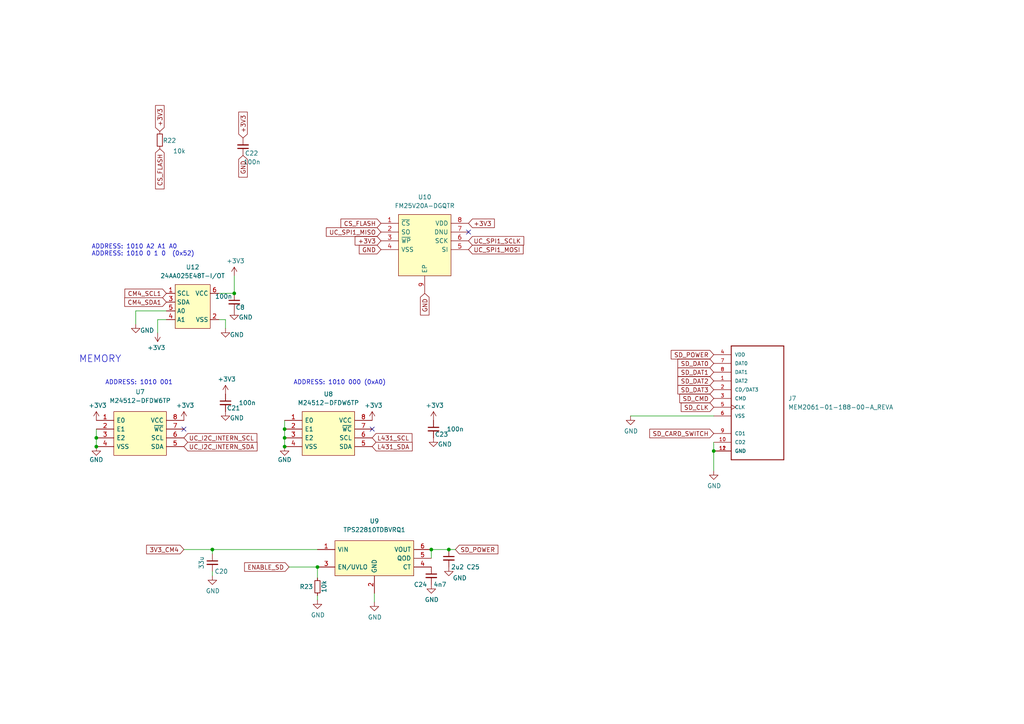
<source format=kicad_sch>
(kicad_sch (version 20250114) (generator "eeschema") (generator_version "9.0")
  (paper "A4")
  (lib_symbols
    (symbol "Device:C_Small" (pin_numbers (hide yes)) (pin_names (offset 0.254) (hide yes))
      (property "Reference" "C" (at 0.254 1.778 0))
      (property "Value" "C_Small" (at 0.254 -2.032 0))
      (symbol "C_Small_0_1"
        (polyline (pts (xy -1.524 0.508) (xy 1.524 0.508)) (stroke (width 0.3048)))
        (polyline (pts (xy -1.524 -0.508) (xy 1.524 -0.508)) (stroke (width 0.3302)))
      )
      (symbol "C_Small_1_1"
        (pin passive line (at 0 2.54 270) (length 2.032) (name "~") (number "1"))
        (pin passive line (at 0 -2.54 90) (length 2.032) (name "~") (number "2"))
      )
    )
    (symbol "Device:R_Small" (pin_numbers (hide yes)) (pin_names (offset 0.254) (hide yes))
      (property "Reference" "R" (at 0.762 0.508 0))
      (property "Value" "R_Small" (at 0.762 -1.016 0))
      (symbol "R_Small_0_1"
        (rectangle (start -0.762 1.778) (end 0.762 -1.778) (stroke (width 0.2032)))
      )
      (symbol "R_Small_1_1"
        (pin passive line (at 0 2.54 270) (length 0.762) (name "~") (number "1"))
        (pin passive line (at 0 -2.54 90) (length 0.762) (name "~") (number "2"))
      )
    )
    (symbol "M24512-DFDW6TP_1" (pin_names (offset 0.762))
      (property "Reference" "U13" (at 12.7 7.62 0))
      (property "Value" "M24512-DFDW6TP_1" (at 12.7 5.08 0))
      (symbol "M24512-DFDW6TP_1_0_0"
        (pin input line (at 0 0 0) (length 5.08) (name "E0") (number "1"))
        (pin input line (at 0 -2.54 0) (length 5.08) (name "E1") (number "2"))
        (pin input line (at 0 -5.08 0) (length 5.08) (name "E2") (number "3"))
        (pin power_in line (at 0 -7.62 0) (length 5.08) (name "VSS") (number "4"))
        (pin power_in line (at 25.4 0 180) (length 5.08) (name "VCC") (number "8"))
        (pin input line (at 25.4 -2.54 180) (length 5.08) (name "~{WC}") (number "7"))
        (pin input line (at 25.4 -5.08 180) (length 5.08) (name "SCL") (number "6"))
        (pin bidirectional line (at 25.4 -7.62 180) (length 5.08) (name "SDA") (number "5"))
      )
      (symbol "M24512-DFDW6TP_1_0_1"
        (polyline (pts (xy 5.08 2.54) (xy 20.32 2.54) (xy 20.32 -10.16) (xy 5.08 -10.16) (xy 5.08 2.54)) (stroke (width 0.1524)) (fill (type background)))
      )
    )
    (symbol "SamacSys_Parts:FM25V20A-DGQTR" (pin_names (offset 0.762))
      (property "Reference" "U16" (at 12.7 8.255 0))
      (property "Value" "FM25V20A-DGQTR" (at 12.7 5.715 0))
      (symbol "FM25V20A-DGQTR_0_0"
        (pin passive line (at 0 0 0) (length 5.08) (name "~{CS}") (number "1"))
        (pin passive line (at 0 -2.54 0) (length 5.08) (name "SO") (number "2"))
        (pin passive line (at 0 -5.08 0) (length 5.08) (name "~{WP}") (number "3"))
        (pin passive line (at 0 -7.62 0) (length 5.08) (name "VSS") (number "4"))
        (pin passive line (at 12.7 -20.32 90) (length 5.08) (name "EP") (number "9"))
        (pin passive line (at 25.4 0 180) (length 5.08) (name "VDD") (number "8"))
        (pin passive line (at 25.4 -2.54 180) (length 5.08) (name "DNU") (number "7"))
        (pin passive line (at 25.4 -5.08 180) (length 5.08) (name "SCK") (number "6"))
        (pin passive line (at 25.4 -7.62 180) (length 5.08) (name "SI") (number "5"))
      )
      (symbol "FM25V20A-DGQTR_0_1"
        (polyline (pts (xy 5.08 2.54) (xy 20.32 2.54) (xy 20.32 -15.24) (xy 5.08 -15.24) (xy 5.08 2.54)) (stroke (width 0.1524)) (fill (type background)))
      )
    )
    (symbol "SamacSys_Parts:MEM2061-01-188-00-A_REVA" (pin_names (offset 1.016))
      (property "Reference" "J" (at 0 15.2654 0))
      (property "Value" "MEM2061-01-188-00-A_REVA" (at 0 -20.3454 0))
      (symbol "MEM2061-01-188-00-A_REVA_0_0"
        (polyline (pts (xy 0 15.24) (xy 15.24 15.24)) (stroke (width 0.254)))
        (polyline (pts (xy 0 -17.78) (xy 0 15.24)) (stroke (width 0.254)))
        (polyline (pts (xy 15.24 15.24) (xy 15.24 -17.78)) (stroke (width 0.254)))
        (polyline (pts (xy 15.24 -17.78) (xy 0 -17.78)) (stroke (width 0.254)))
        (pin power_in line (at -5.08 12.7 0) (length 5.08) (name "VDD") (number "4"))
        (pin bidirectional line (at -5.08 10.16 0) (length 5.08) (name "DAT0") (number "7"))
        (pin bidirectional line (at -5.08 7.62 0) (length 5.08) (name "DAT1") (number "8"))
        (pin bidirectional line (at -5.08 5.08 0) (length 5.08) (name "DAT2") (number "1"))
        (pin bidirectional line (at -5.08 2.54 0) (length 5.08) (name "CD/DAT3") (number "2"))
        (pin bidirectional line (at -5.08 0 0) (length 5.08) (name "CMD") (number "3"))
        (pin bidirectional clock (at -5.08 -2.54 0) (length 5.08) (name "CLK") (number "5"))
        (pin power_in line (at -5.08 -5.08 0) (length 5.08) (name "VSS") (number "6"))
        (pin passive line (at -5.08 -10.16 0) (length 5.08) (name "CD1") (number "9"))
        (pin passive line (at -5.08 -12.7 0) (length 5.08) (name "CD2") (number "10"))
        (pin power_in line (at -5.08 -15.24 0) (length 5.08) (name "GND") (number "11"))
        (pin power_in line (at -5.08 -15.24 0) (length 5.08) (name "GND") (number "12"))
      )
    )
    (symbol "downloaded_parts:TPS22810TDBVRQ1" (pin_names (offset 0.762))
      (property "Reference" "IC1" (at 16.51 8.255 0))
      (property "Value" "TPS22810TDBVRQ1" (at 16.51 5.715 0))
      (symbol "TPS22810TDBVRQ1_0_0"
        (pin passive line (at 0 0 0) (length 5.08) (name "VIN") (number "1"))
        (pin passive line (at 0 -5.08 0) (length 5.08) (name "EN/UVLO") (number "3"))
        (pin passive line (at 16.51 -12.7 90) (length 5.08) (name "GND") (number "2"))
        (pin passive line (at 33.02 0 180) (length 5.08) (name "VOUT") (number "6"))
        (pin passive line (at 33.02 -2.54 180) (length 5.08) (name "QOD") (number "5"))
        (pin passive line (at 33.02 -5.08 180) (length 5.08) (name "CT") (number "4"))
      )
      (symbol "TPS22810TDBVRQ1_0_1"
        (polyline (pts (xy 5.08 2.54) (xy 27.94 2.54) (xy 27.94 -7.62) (xy 5.08 -7.62) (xy 5.08 2.54)) (stroke (width 0.1524)) (fill (type background)))
      )
    )
    (symbol "own_symbols:SOT-23-6-EEPROM"
      (property "Reference" "U" (at 0 2.54 0))
      (property "Value" "SOT-23-6-EEPROM" (at 0 5.08 0))
      (symbol "SOT-23-6-EEPROM_0_1"
        (rectangle (start 0 0) (end 10.16 -12.7) (stroke (width 0.1524)) (fill (type background)))
      )
      (symbol "SOT-23-6-EEPROM_1_1"
        (pin input line (at -2.54 -2.54 0) (length 2.54) (name "SCL") (number "1"))
        (pin input line (at -2.54 -5.08 0) (length 2.54) (name "SDA") (number "3"))
        (pin input line (at -2.54 -7.62 0) (length 2.54) (name "A0") (number "5"))
        (pin input line (at -2.54 -10.16 0) (length 2.54) (name "A1") (number "4"))
        (pin input line (at 12.7 -2.54 180) (length 2.54) (name "VCC") (number "6"))
        (pin input line (at 12.7 -10.16 180) (length 2.54) (name "VSS") (number "2"))
      )
    )
    (symbol "power:+3V3" (power) (pin_names (offset 0))
      (property "Value" "+3V3" (at 0 3.556 0))
      (symbol "+3V3_0_1"
        (polyline (pts (xy -0.762 1.27) (xy 0 2.54)))
        (polyline (pts (xy 0 2.54) (xy 0.762 1.27)))
        (polyline (pts (xy 0 0) (xy 0 2.54)))
      )
      (symbol "+3V3_1_1"
        (pin power_in line (at 0 0 90) (length 0) (hide yes) (name "+3V3") (number "1"))
      )
    )
    (symbol "power:GND" (power) (pin_names (offset 0))
      (property "Value" "GND" (at 0 -3.81 0))
      (symbol "GND_0_1"
        (polyline (pts (xy 0 0) (xy 0 -1.27) (xy 1.27 -1.27) (xy 0 -2.54) (xy -1.27 -1.27) (xy 0 -1.27)))
      )
      (symbol "GND_1_1"
        (pin power_in line (at 0 0 270) (length 0) (hide yes) (name "GND") (number "1"))
      )
    )
  )
  (text "ADDRESS: 1010 000 (0xA0)\n" (at 85.09 111.76 0) (effects (font (size 1.27 1.27)) (justify left bottom)))
  (text "MEMORY" (at 22.86 105.41 0) (effects (font (size 2 2)) (justify left bottom)))
  (text "ADDRESS: 1010 001" (at 30.48 111.76 0) (effects (font (size 1.27 1.27)) (justify left bottom)))
  (text "ADDRESS: 1010 A2 A1 A0\nADDRESS: 1010 0 1 0  (0x52)" (at 26.543 74.422 0) (effects (font (size 1.27 1.27)) (justify left bottom)))
  (junction (at 82.55 129.54))
  (junction (at 67.945 85.09))
  (junction (at 207.01 130.81))
  (junction (at 82.55 124.46))
  (junction (at 125.095 159.385))
  (junction (at 61.595 159.385))
  (junction (at 82.55 127))
  (junction (at 27.94 129.54))
  (junction (at 92.075 164.465))
  (junction (at 27.94 127))
  (junction (at 130.175 159.385))
  (no_connect (at 53.34 124.46))
  (no_connect (at 107.95 124.46))
  (no_connect (at 135.89 67.31))
  (wire (pts (xy 61.595 165.735) (xy 61.595 167.005)))
  (wire (pts (xy 53.34 159.385) (xy 61.595 159.385)))
  (wire (pts (xy 130.175 159.385) (xy 132.08 159.385)))
  (wire (pts (xy 67.945 85.09) (xy 63.5 85.09)))
  (wire (pts (xy 82.55 121.92) (xy 82.55 124.46)))
  (wire (pts (xy 92.075 167.64) (xy 92.075 164.465)))
  (wire (pts (xy 207.01 128.27) (xy 207.01 130.81)))
  (wire (pts (xy 48.26 90.17) (xy 39.37 90.17)))
  (wire (pts (xy 83.82 164.465) (xy 92.075 164.465)))
  (wire (pts (xy 27.94 127) (xy 27.94 129.54)))
  (wire (pts (xy 67.945 80.01) (xy 67.945 85.09)))
  (wire (pts (xy 65.405 95.25) (xy 65.405 92.71)))
  (wire (pts (xy 207.01 136.525) (xy 207.01 130.81)))
  (wire (pts (xy 125.095 159.385) (xy 125.095 161.925)))
  (wire (pts (xy 39.37 90.17) (xy 39.37 93.98)))
  (wire (pts (xy 82.55 127) (xy 82.55 129.54)))
  (wire (pts (xy 92.075 172.72) (xy 92.075 173.99)))
  (wire (pts (xy 82.55 124.46) (xy 82.55 127)))
  (wire (pts (xy 65.405 92.71) (xy 63.5 92.71)))
  (wire (pts (xy 61.595 160.655) (xy 61.595 159.385)))
  (wire (pts (xy 27.94 124.46) (xy 27.94 127)))
  (wire (pts (xy 182.88 120.65) (xy 207.01 120.65)))
  (wire (pts (xy 61.595 159.385) (xy 92.075 159.385)))
  (wire (pts (xy 125.095 159.385) (xy 130.175 159.385)))
  (wire (pts (xy 45.72 92.71) (xy 48.26 92.71)))
  (wire (pts (xy 108.585 172.085) (xy 108.585 174.625)))
  (wire (pts (xy 45.72 96.52) (xy 45.72 92.71)))
  (global_label "GND" (shape input) (at 110.49 72.39 180) (property "Intersheetrefs" "${INTERSHEET_REFS}" (effects (hide yes))))
  (global_label "SD_CLK" (shape input) (at 207.01 118.11 180) (property "Intersheetrefs" "${INTERSHEET_REFS}" (effects (hide yes))))
  (global_label "GND" (shape input) (at 70.485 45.085 270) (property "Intersheetrefs" "${INTERSHEET_REFS}" (effects (hide yes))))
  (global_label "UC_SPI1_MISO" (shape input) (at 110.49 67.31 180) (property "Intersheetrefs" "${INTERSHEET_REFS}" (effects (hide yes))))
  (global_label "+3V3" (shape input) (at 135.89 64.77 0) (property "Intersheetrefs" "${INTERSHEET_REFS}" (effects (hide yes))))
  (global_label "CM4_SCL1" (shape input) (at 48.26 85.09 180) (property "Intersheetrefs" "${INTERSHEET_REFS}" (effects (hide yes))))
  (global_label "CS_FLASH" (shape input) (at 110.49 64.77 180) (property "Intersheetrefs" "${INTERSHEET_REFS}" (effects (hide yes))))
  (global_label "UC_SPI1_MOSI" (shape input) (at 135.89 72.39 0) (property "Intersheetrefs" "${INTERSHEET_REFS}" (effects (hide yes))))
  (global_label "SD_POWER" (shape input) (at 132.08 159.385 0) (property "Intersheetrefs" "${INTERSHEET_REFS}" (effects (hide yes))))
  (global_label "SD_CARD_SWITCH" (shape input) (at 207.01 125.73 180) (property "Intersheetrefs" "${INTERSHEET_REFS}" (effects (hide yes))))
  (global_label "CM4_SDA1" (shape input) (at 48.26 87.63 180) (property "Intersheetrefs" "${INTERSHEET_REFS}" (effects (hide yes))))
  (global_label "+3V3" (shape input) (at 46.355 38.1 90) (property "Intersheetrefs" "${INTERSHEET_REFS}" (effects (hide yes))))
  (global_label "SD_CMD" (shape input) (at 207.01 115.57 180) (property "Intersheetrefs" "${INTERSHEET_REFS}" (effects (hide yes))))
  (global_label "SD_DAT0" (shape input) (at 207.01 105.41 180) (property "Intersheetrefs" "${INTERSHEET_REFS}" (effects (hide yes))))
  (global_label "SD_POWER" (shape input) (at 207.01 102.87 180) (property "Intersheetrefs" "${INTERSHEET_REFS}" (effects (hide yes))))
  (global_label "UC_I2C_INTERN_SDA" (shape input) (at 53.34 129.54 0) (property "Intersheetrefs" "${INTERSHEET_REFS}" (effects (hide yes))))
  (global_label "SD_DAT2" (shape input) (at 207.01 110.49 180) (property "Intersheetrefs" "${INTERSHEET_REFS}" (effects (hide yes))))
  (global_label "UC_I2C_INTERN_SCL" (shape input) (at 53.34 127 0) (property "Intersheetrefs" "${INTERSHEET_REFS}" (effects (hide yes))))
  (global_label "ENABLE_SD" (shape input) (at 83.82 164.465 180) (property "Intersheetrefs" "${INTERSHEET_REFS}" (effects (hide yes))))
  (global_label "L431_SCL" (shape input) (at 107.95 127 0) (property "Intersheetrefs" "${INTERSHEET_REFS}" (effects (hide yes))))
  (global_label "CS_FLASH" (shape input) (at 46.355 43.18 270) (property "Intersheetrefs" "${INTERSHEET_REFS}" (effects (hide yes))))
  (global_label "L431_SDA" (shape input) (at 107.95 129.54 0) (property "Intersheetrefs" "${INTERSHEET_REFS}" (effects (hide yes))))
  (global_label "SD_DAT1" (shape input) (at 207.01 107.95 180) (property "Intersheetrefs" "${INTERSHEET_REFS}" (effects (hide yes))))
  (global_label "SD_DAT3" (shape input) (at 207.01 113.03 180) (property "Intersheetrefs" "${INTERSHEET_REFS}" (effects (hide yes))))
  (global_label "UC_SPI1_SCLK" (shape input) (at 135.89 69.85 0) (property "Intersheetrefs" "${INTERSHEET_REFS}" (effects (hide yes))))
  (global_label "GND" (shape input) (at 123.19 85.09 270) (property "Intersheetrefs" "${INTERSHEET_REFS}" (effects (hide yes))))
  (global_label "+3V3" (shape input) (at 110.49 69.85 180) (property "Intersheetrefs" "${INTERSHEET_REFS}" (effects (hide yes))))
  (global_label "3V3_CM4" (shape input) (at 53.34 159.385 180) (property "Intersheetrefs" "${INTERSHEET_REFS}" (effects (hide yes))))
  (global_label "+3V3" (shape input) (at 70.485 40.005 90) (property "Intersheetrefs" "${INTERSHEET_REFS}" (effects (hide yes))))
  (symbol (lib_name "M24512-DFDW6TP_1") (lib_id "downloaded_parts:M24512-DFDW6TP") (at 27.94 121.92 0) (unit 1)
    (property "Reference" "U7" (at 40.64 113.665 0))
    (property "Value" "M24512-DFDW6TP" (at 40.64 116.205 0))
    (property "Footprint" "downloaded_parts:SOP65P640X120-8N" (effects (hide yes)))
    (property "Datasheet" "https://www.arrow.com/en/products/m24512-dfdw6tp/stmicroelectronics" (effects (hide yes)))
    (property "Description" "EEPROM Serial-I2C 512K-bit 64K x 8 1.8V/2.5V/3.3V/5V 8-Pin TSSOP T/R" (effects (hide yes)))
    (property "Height" "1.2" (effects (hide yes)))
    (property "Mouser Part Number" "511-M24512-DFDW6TP" (effects (hide yes)))
    (property "Mouser Price/Stock" "https://www.mouser.co.uk/ProductDetail/STMicroelectronics/M24512-DFDW6TP?qs=gNDSiZmRJS9C0LA%252B72O%2FCg%3D%3D" (effects (hide yes)))
    (property "Manufacturer_Name" "STMicroelectronics" (effects (hide yes)))
    (property "Manufacturer_Part_Number" "M24512-DFDW6TP" (effects (hide yes)))
  )
  (symbol (lib_id "Device:C_Small") (at 125.73 124.46 0) (unit 1)
    (property "Reference" "C23" (at 126.111 125.9839 0) (effects (justify left)))
    (property "Value" "100n" (at 129.54 124.46 0) (effects (justify left)))
    (property "Footprint" "Capacitor_SMD:C_0603_1608Metric" (effects (hide yes)))
  )
  (symbol (lib_id "power:GND") (at 61.595 167.005 0) (unit 1)
    (property "Reference" "#PWR043" (effects (hide yes)))
    (property "Value" "GND" (at 61.722 171.3992 0))
  )
  (symbol (lib_name "M24512-DFDW6TP_1") (lib_id "downloaded_parts:M24512-DFDW6TP") (at 82.55 121.92 0) (unit 1)
    (property "Reference" "U8" (at 95.25 114.3 0))
    (property "Value" "M24512-DFDW6TP" (at 95.25 116.84 0))
    (property "Footprint" "downloaded_parts:SOP65P640X120-8N" (effects (hide yes)))
    (property "Datasheet" "https://www.arrow.com/en/products/m24512-dfdw6tp/stmicroelectronics" (effects (hide yes)))
    (property "Description" "EEPROM Serial-I2C 512K-bit 64K x 8 1.8V/2.5V/3.3V/5V 8-Pin TSSOP T/R" (effects (hide yes)))
    (property "Height" "1.2" (effects (hide yes)))
    (property "Mouser Part Number" "511-M24512-DFDW6TP" (effects (hide yes)))
    (property "Mouser Price/Stock" "https://www.mouser.co.uk/ProductDetail/STMicroelectronics/M24512-DFDW6TP?qs=gNDSiZmRJS9C0LA%252B72O%2FCg%3D%3D" (effects (hide yes)))
    (property "Manufacturer_Name" "STMicroelectronics" (effects (hide yes)))
    (property "Manufacturer_Part_Number" "M24512-DFDW6TP" (effects (hide yes)))
  )
  (symbol (lib_id "Device:R_Small") (at 92.075 170.18 180) (unit 1)
    (property "Reference" "R23" (at 90.805 170.18 0) (effects (justify left)))
    (property "Value" "10k" (at 93.98 168.275 90) (effects (justify left)))
    (property "Footprint" "Resistor_SMD:R_0603_1608Metric" (effects (hide yes)))
  )
  (symbol (lib_id "power:GND") (at 27.94 129.54 0) (unit 1)
    (property "Reference" "#PWR041" (effects (hide yes)))
    (property "Value" "GND" (at 27.94 133.35 0))
  )
  (symbol (lib_id "power:+3V3") (at 65.405 114.3 0) (unit 1)
    (property "Reference" "#PWR044" (effects (hide yes)))
    (property "Value" "+3V3" (at 65.7733 109.9756 0))
  )
  (symbol (lib_id "Device:C_Small") (at 125.095 167.005 0) (unit 1)
    (property "Reference" "C24" (at 120.015 169.545 0) (effects (justify left)))
    (property "Value" "4n7" (at 125.73 169.545 0) (effects (justify left)))
    (property "Footprint" "Capacitor_SMD:C_0603_1608Metric" (effects (hide yes)))
  )
  (symbol (lib_id "power:GND") (at 125.095 169.545 0) (unit 1)
    (property "Reference" "#PWR052" (effects (hide yes)))
    (property "Value" "GND" (at 125.222 173.9392 0))
  )
  (symbol (lib_id "power:+3V3") (at 45.72 96.52 180) (unit 1)
    (property "Reference" "#PWR083" (effects (hide yes)))
    (property "Value" "+3V3" (at 45.3517 100.8444 0))
  )
  (symbol (lib_id "power:+3V3") (at 67.945 80.01 0) (unit 1)
    (property "Reference" "#PWR088" (effects (hide yes)))
    (property "Value" "+3V3" (at 68.3133 75.6856 0))
  )
  (symbol (lib_id "power:+3V3") (at 107.95 121.92 0) (unit 1)
    (property "Reference" "#PWR048" (effects (hide yes)))
    (property "Value" "+3V3" (at 108.3183 117.5956 0))
  )
  (symbol (lib_id "Device:C_Small") (at 67.945 87.63 0) (unit 1)
    (property "Reference" "C8" (at 68.326 89.1539 0) (effects (justify left)))
    (property "Value" "100n" (at 62.357 85.9789 0) (effects (justify left)))
    (property "Footprint" "Capacitor_SMD:C_0603_1608Metric" (effects (hide yes)))
  )
  (symbol (lib_id "Device:C_Small") (at 65.405 116.84 0) (unit 1)
    (property "Reference" "C21" (at 65.786 118.3639 0) (effects (justify left)))
    (property "Value" "100n" (at 69.215 116.84 0) (effects (justify left)))
    (property "Footprint" "Capacitor_SMD:C_0603_1608Metric" (effects (hide yes)))
  )
  (symbol (lib_id "power:GND") (at 65.405 119.38 0) (unit 1)
    (property "Reference" "#PWR045" (effects (hide yes)))
    (property "Value" "GND" (at 68.707 121.2342 0))
  )
  (symbol (lib_id "power:GND") (at 65.405 95.25 0) (unit 1)
    (property "Reference" "#PWR087" (effects (hide yes)))
    (property "Value" "GND" (at 68.707 97.1042 0))
  )
  (symbol (lib_id "power:+3V3") (at 125.73 121.92 0) (unit 1)
    (property "Reference" "#PWR050" (effects (hide yes)))
    (property "Value" "+3V3" (at 126.0983 117.5956 0))
  )
  (symbol (lib_id "Device:R_Small") (at 46.355 40.64 0) (unit 1)
    (property "Reference" "R22" (at 47.2187 40.7606 0) (effects (justify left)))
    (property "Value" "10k" (at 50.165 43.815 0) (effects (justify left)))
    (property "Footprint" "Resistor_SMD:R_0603_1608Metric" (effects (hide yes)))
  )
  (symbol (lib_id "power:GND") (at 67.945 90.17 0) (unit 1)
    (property "Reference" "#PWR090" (effects (hide yes)))
    (property "Value" "GND" (at 71.247 92.0242 0))
  )
  (symbol (lib_id "power:GND") (at 182.88 120.65 0) (unit 1)
    (property "Reference" "#PWR0232" (effects (hide yes)))
    (property "Value" "GND" (at 183.007 125.0442 0))
  )
  (symbol (lib_id "power:GND") (at 82.55 129.54 0) (unit 1)
    (property "Reference" "#PWR046" (effects (hide yes)))
    (property "Value" "GND" (at 82.55 133.35 0))
  )
  (symbol (lib_id "SamacSys_Parts:FM25V20A-DGQTR") (at 110.49 64.77 0) (unit 1)
    (property "Reference" "U10" (at 123.19 57.15 0))
    (property "Value" "FM25V20A-DGQTR" (at 123.19 59.69 0))
    (property "Footprint" "downloaded_parts:SON127P600X500X80-9N" (effects (hide yes)))
    (property "Datasheet" "http://www.cypress.com/file/136076/download" (effects (hide yes)))
    (property "Description" "F-RAM F-RAM Memory Serial" (effects (hide yes)))
    (property "Height" "0.8" (effects (hide yes)))
    (property "Mouser Part Number" "727-FM25V20A-DGQTR" (effects (hide yes)))
    (property "Mouser Price/Stock" "https://www.mouser.co.uk/ProductDetail/Cypress-Semiconductor/FM25V20A-DGQTR?qs=3Bi3m9r5MQaAAGOKvDXXuw%3D%3D" (effects (hide yes)))
    (property "Manufacturer_Name" "Cypress Semiconductor" (effects (hide yes)))
    (property "Manufacturer_Part_Number" "FM25V20A-DGQTR" (effects (hide yes)))
  )
  (symbol (lib_id "downloaded_parts:TPS22810TDBVRQ1") (at 92.075 159.385 0) (unit 1)
    (property "Reference" "U9" (at 108.585 151.13 0))
    (property "Value" "TPS22810TDBVRQ1" (at 108.585 153.67 0))
    (property "Footprint" "downloaded_parts:SOT95P280X145-6N" (effects (hide yes)))
    (property "Datasheet" "http://www.ti.com/lit/gpn/tps22810-q1" (effects (hide yes)))
    (property "Description" "Automotive 18V, 2A, 79m Load Switch With Adjustable Rise Time and Adjustable Quick Output Discharge" (effects (hide yes)))
    (property "Height" "1.45" (effects (hide yes)))
    (property "Mouser Part Number" "595-TPS22810TDBVRQ1" (effects (hide yes)))
    (property "Mouser Price/Stock" "https://www.mouser.co.uk/ProductDetail/Texas-Instruments/TPS22810TDBVRQ1?qs=55YtniHzbhC0pJNCFuxHfA%3D%3D" (effects (hide yes)))
    (property "Manufacturer_Name" "Texas Instruments" (effects (hide yes)))
    (property "Manufacturer_Part_Number" "TPS22810TDBVRQ1" (effects (hide yes)))
  )
  (symbol (lib_id "power:GND") (at 207.01 136.525 0) (unit 1)
    (property "Reference" "#PWR0231" (effects (hide yes)))
    (property "Value" "GND" (at 207.137 140.9192 0))
  )
  (symbol (lib_id "power:GND") (at 39.37 93.98 0) (unit 1)
    (property "Reference" "#PWR091" (effects (hide yes)))
    (property "Value" "GND" (at 42.672 95.8342 0))
  )
  (symbol (lib_id "power:GND") (at 108.585 174.625 0) (unit 1)
    (property "Reference" "#PWR049" (effects (hide yes)))
    (property "Value" "GND" (at 108.712 179.0192 0))
  )
  (symbol (lib_id "Device:C_Small") (at 70.485 42.545 180) (unit 1)
    (property "Reference" "C22" (at 74.93 44.45 0) (effects (justify left)))
    (property "Value" "100n" (at 75.565 46.99 0) (effects (justify left)))
    (property "Footprint" "Capacitor_SMD:C_0603_1608Metric" (effects (hide yes)))
  )
  (symbol (lib_id "Device:C_Small") (at 130.175 161.925 0) (unit 1)
    (property "Reference" "C25" (at 135.255 164.465 0) (effects (justify left)))
    (property "Value" "2u2" (at 130.81 164.465 0) (effects (justify left)))
    (property "Footprint" "Capacitor_SMD:C_0805_2012Metric" (effects (hide yes)))
  )
  (symbol (lib_id "power:GND") (at 130.175 164.465 0) (unit 1)
    (property "Reference" "#PWR053" (effects (hide yes)))
    (property "Value" "GND" (at 133.35 167.64 0))
  )
  (symbol (lib_id "power:GND") (at 125.73 127 0) (unit 1)
    (property "Reference" "#PWR051" (effects (hide yes)))
    (property "Value" "GND" (at 129.032 128.8542 0))
  )
  (symbol (lib_id "power:GND") (at 92.075 173.99 0) (unit 1)
    (property "Reference" "#PWR047" (effects (hide yes)))
    (property "Value" "GND" (at 92.202 178.3842 0))
  )
  (symbol (lib_id "own_symbols:SOT-23-6-EEPROM") (at 50.8 82.55 0) (unit 1)
    (property "Reference" "U12" (at 55.88 77.47 0))
    (property "Value" "24AA025E48T-I/OT" (at 55.88 80.01 0))
    (property "Footprint" "Package_TO_SOT_SMD:SOT-23-6_Handsoldering" (effects (hide yes)))
  )
  (symbol (lib_id "power:+3V3") (at 27.94 121.92 0) (unit 1)
    (property "Reference" "#PWR040" (effects (hide yes)))
    (property "Value" "+3V3" (at 28.3083 117.5956 0))
  )
  (symbol (lib_id "SamacSys_Parts:MEM2061-01-188-00-A_REVA") (at 212.09 115.57 0) (unit 1)
    (property "Reference" "J7" (at 228.6 115.5699 0) (effects (justify left)))
    (property "Value" "MEM2061-01-188-00-A_REVA" (at 228.6 118.1099 0) (effects (justify left)))
    (property "Footprint" "downloaded_parts:GCT_MEM2061-01-188-00-A_REVA" (effects (hide yes)))
    (property "MANUFACTURER" "GCT" (effects (hide yes)))
  )
  (symbol (lib_id "Device:C_Small") (at 61.595 163.195 0) (unit 1)
    (property "Reference" "C20" (at 62.23 165.735 0) (effects (justify left)))
    (property "Value" "33u" (at 58.42 165.1 90) (effects (justify left)))
    (property "Footprint" "Capacitor_SMD:C_0805_2012Metric" (effects (hide yes)))
  )
  (symbol (lib_id "power:+3V3") (at 53.34 121.92 0) (unit 1)
    (property "Reference" "#PWR042" (effects (hide yes)))
    (property "Value" "+3V3" (at 53.7083 117.5956 0))
  )
)
</source>
